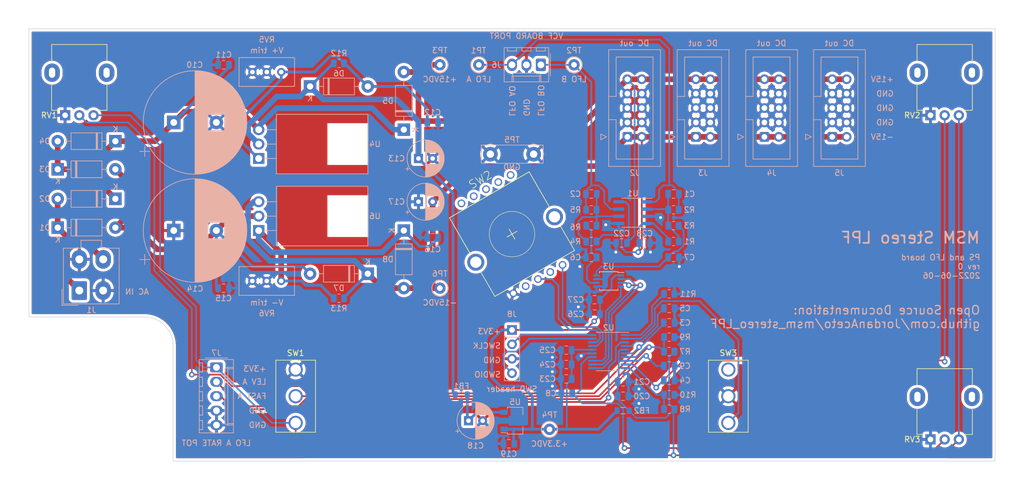
<source format=kicad_pcb>
(kicad_pcb (version 20211014) (generator pcbnew)
  (title_block (title "MSS Stereo LPF PS and LFO board") (date "2022-06-16") (rev "0") (comment 1 "creativecommons.org/licences/by/4.0") (comment 2 "License: CC by 4.0") (comment 3 "Drawn by: Jordan Aceto"))
  (layers (0 "F.Cu" signal) (31 "B.Cu" signal) (34 "B.Paste" user) (35 "F.Paste" user) (36 "B.SilkS" user "B.Silkscreen") (37 "F.SilkS" user "F.Silkscreen") (38 "B.Mask" user) (39 "F.Mask" user) (44 "Edge.Cuts" user))
  (net 0 "")
  (net 1 "Net-(C1-Pad1)")
  (net 2 "/LFO_A_FINAL")
  (net 3 "Net-(C2-Pad1)")
  (net 4 "/LFO_B_FINAL")
  (net 5 "/digital_lfo/LFO_A_FREQ_CV")
  (net 6 "GND")
  (net 7 "/digital_lfo/LFO_B_FREQ_CV")
  (net 8 "Net-(C5-Pad1)")
  (net 9 "/digital_lfo/LFO_B")
  (net 10 "/digital_lfo/LFO_A")
  (net 11 "/digital_lfo/LFO_B_LEVEL_CV")
  (net 12 "/digital_lfo/LFO_A_LEVEL_CV")
  (net 13 "Net-(C10-Pad1)")
  (net 14 "Net-(C12-Pad1)")
  (net 15 "+15V")
  (net 16 "Net-(C14-Pad2)")
  (net 17 "Net-(C16-Pad2)")
  (net 18 "-15V")
  (net 19 "Net-(C18-Pad1)")
  (net 20 "+3V3")
  (net 21 "+3.3VA")
  (net 22 "/power_supply/AC_VIN_1")
  (net 23 "/power_supply/AC_VIN_2")
  (net 24 "/digital_lfo/SYS_SWCLK")
  (net 25 "/digital_lfo/SYS_SWDIO")
  (net 26 "/digital_lfo/LFO_A_SHAPE_CV")
  (net 27 "/digital_lfo/LFO_B_SHAPE_CV")
  (net 28 "Net-(R11-Pad1)")
  (net 29 "/digital_lfo/INVERT_B_SW")
  (net 30 "/digital_lfo/FAST_A_SW")
  (net 31 "/digital_lfo/SPI1_SCK")
  (net 32 "/digital_lfo/SPI1_DAC_CS")
  (net 33 "/digital_lfo/SPI1_MOSI")
  (net 34 "/digital_lfo/SWEEP_MODE_SW_1")
  (net 35 "/digital_lfo/SWEEP_MODE_SW_2")
  (footprint "custom_footprints:SR1712F_rotary_switch" (layer "F.Cu") (at 148.59 94.615 -150)
    (fp_text reference "SW2")
    (fp_text value "SR1712F-0203" hide)
  )
  (footprint "custom_footprints:SPDT_mini_toggle" (layer "F.Cu") (at 186.69 123.19)
    (fp_text reference "SW3")
    (fp_text value "SW_SPDT")
  )
  (footprint "Potentiometer_THT:Potentiometer_Alpha_RD901F-40-00D_Single_Vertical" (layer "F.Cu") (at 222.29 130.81 90)
    (fp_text reference "RV3")
    (fp_text value "10k")
  )
  (footprint "custom_footprints:SPDT_mini_toggle" (layer "F.Cu") (at 110.49 123.19)
    (fp_text reference "SW1")
    (fp_text value "SW_SPDT_center_off")
  )
  (footprint "Potentiometer_THT:Potentiometer_Alpha_RD901F-40-00D_Single_Vertical" (layer "F.Cu") (at 222.29 73.66 90)
    (fp_text reference "RV2")
    (fp_text value "10k")
  )
  (footprint "Potentiometer_THT:Potentiometer_Alpha_RD901F-40-00D_Single_Vertical" (layer "F.Cu") (at 69.89 73.66 90)
    (fp_text reference "RV1")
    (fp_text value "10k")
  )
  (footprint "Diode_THT:D_DO-41_SOD81_P10.16mm_Horizontal" (layer "B.Cu") (at 78.74 78.232 180)
    (fp_text reference "D4")
    (fp_text value "1N4002")
  )
  (footprint "Capacitor_SMD:C_0805_2012Metric" (layer "B.Cu") (at 163.1365 106.172 180)
    (fp_text reference "C27")
    (fp_text value "100n")
  )
  (footprint "Capacitor_SMD:C_0805_2012Metric" (layer "B.Cu") (at 158.148 120.142 180)
    (fp_text reference "C23")
    (fp_text value "10u")
  )
  (footprint "Diode_THT:D_DO-41_SOD81_P10.16mm_Horizontal" (layer "B.Cu") (at 78.74 88.392 180)
    (fp_text reference "D2")
    (fp_text value "1N4002")
  )
  (footprint "Resistor_SMD:R_0805_2012Metric" (layer "B.Cu") (at 177.038 95.918)
    (fp_text reference "R1")
    (fp_text value "100k")
  )
  (footprint "Capacitor_THT:CP_Radial_D6.3mm_P2.50mm" (layer "B.Cu") (at 132.12 88.9)
    (fp_text reference "C17")
    (fp_text value "10u")
  )
  (footprint "Connector_IDC:IDC-Header_2x05_P2.54mm_Vertical" (layer "B.Cu") (at 204.9875 77.47)
    (fp_text reference "J5")
    (fp_text value "power_out")
  )
  (footprint "Diode_THT:D_DO-41_SOD81_P10.16mm_Horizontal" (layer "B.Cu") (at 68.58 93.472)
    (fp_text reference "D1")
    (fp_text value "1N4002")
  )
  (footprint "Resistor_SMD:R_0805_2012Metric" (layer "B.Cu") (at 162.56 90.33 180)
    (fp_text reference "R5")
    (fp_text value "33k")
  )
  (footprint "Capacitor_SMD:C_0805_2012Metric" (layer "B.Cu") (at 176.276 110.236)
    (fp_text reference "C3")
    (fp_text value "100n")
  )
  (footprint "Capacitor_SMD:C_0805_2012Metric" (layer "B.Cu") (at 97.79 64.77 180)
    (fp_text reference "C11")
    (fp_text value "100n")
  )
  (footprint "Capacitor_SMD:C_0805_2012Metric" (layer "B.Cu") (at 97.79 104.14 180)
    (fp_text reference "C15")
    (fp_text value "100n")
  )
  (footprint "Inductor_SMD:L_0805_2012Metric" (layer "B.Cu") (at 168.148 125.73)
    (fp_text reference "FB2")
    (fp_text value "100R @ 100MHz")
  )
  (footprint "Capacitor_SMD:C_0805_2012Metric" (layer "B.Cu") (at 167.894 96.172 180)
    (fp_text reference "C22")
    (fp_text value "100n")
  )
  (footprint "TestPoint:TestPoint_Keystone_5000-5004_Miniature" (layer "B.Cu") (at 135.89 64.77)
    (fp_text reference "TP3")
    (fp_text value "V+")
  )
  (footprint "Capacitor_SMD:C_0805_2012Metric" (layer "B.Cu") (at 134.62 95.25)
    (fp_text reference "C16")
    (fp_text value "100n")
  )
  (footprint "Capacitor_SMD:C_0805_2012Metric" (layer "B.Cu") (at 158.148 117.602 180)
    (fp_text reference "C24")
    (fp_text value "100n")
  )
  (footprint "Connector_IDC:IDC-Header_2x05_P2.54mm_Vertical" (layer "B.Cu") (at 180.975 77.47)
    (fp_text reference "J3")
    (fp_text value "power_out")
  )
  (footprint "Capacitor_SMD:C_0805_2012Metric" (layer "B.Cu") (at 168.148 123.19)
    (fp_text reference "C20")
    (fp_text value "1u")
  )
  (footprint "Capacitor_SMD:C_0805_2012Metric" (layer "B.Cu") (at 158.242 122.682 180)
    (fp_text reference "C8")
    (fp_text value "100n")
  )
  (footprint "Package_TO_SOT_THT:TO-220F-3_Horizontal_TabDown" (layer "B.Cu") (at 103.98 81.28 90)
    (fp_text reference "U4")
    (fp_text value "LM317_TO-220")
  )
  (footprint "TestPoint:TestPoint_Keystone_5000-5004_Miniature" (layer "B.Cu") (at 159.512 64.77)
    (fp_text reference "TP2")
    (fp_text value "LFO_B")
  )
  (footprint "Resistor_SMD:R_0805_2012Metric" (layer "B.Cu") (at 118.11 64.516)
    (fp_text reference "R12")
    (fp_text value "240")
  )
  (footprint "Diode_THT:D_DO-41_SOD81_P10.16mm_Horizontal" (layer "B.Cu") (at 68.58 83.185)
    (fp_text reference "D3")
    (fp_text value "1N4002")
  )
  (footprint "Capacitor_SMD:C_0805_2012Metric" (layer "B.Cu") (at 158.148 115.062 180)
    (fp_text reference "C25")
    (fp_text value "100n")
  )
  (footprint "Capacitor_SMD:C_0805_2012Metric" (layer "B.Cu") (at 134.62 74.93)
    (fp_text reference "C12")
    (fp_text value "100n")
  )
  (footprint "Capacitor_SMD:C_0805_2012Metric" (layer "B.Cu") (at 176.276 117.856)
    (fp_text reference "C9")
    (fp_text value "100n")
  )
  (footprint "Capacitor_SMD:C_0805_2012Metric" (layer "B.Cu") (at 176.276 107.696)
    (fp_text reference "C5")
    (fp_text value "100n")
  )
  (footprint "Resistor_SMD:R_0805_2012Metric" (layer "B.Cu") (at 176.276 115.316 180)
    (fp_text reference "R7")
    (fp_text value "10k")
  )
  (footprint "Resistor_SMD:R_0805_2012Metric" (layer "B.Cu") (at 177.038 93.124 180)
    (fp_text reference "R3")
    (fp_text value "6k8")
  )
  (footprint "Package_SO:TSSOP-20_4.4x6.5mm_P0.65mm" (layer "B.Cu") (at 165.608 115.316 180)
    (fp_text reference "U2")
    (fp_text value "STM32L031F4Px")
  )
  (footprint "Capacitor_THT:CP_Radial_D6.3mm_P2.50mm" (layer "B.Cu") (at 140.9315 127.508)
    (fp_text reference "C18")
    (fp_text value "2u2")
  )
  (footprint "Package_SO:SOIC-8_3.9x4.9mm_P1.27mm" (layer "B.Cu") (at 169.865 90.838 180)
    (fp_text reference "U1")
    (fp_text value "TL072")
  )
  (footprint "Package_TO_SOT_THT:TO-220F-3_Horizontal_TabDown" (layer "B.Cu") (at 103.98 93.98 90)
    (fp_text reference "U6")
    (fp_text value "LM337_TO220")
  )
  (footprint "Capacitor_SMD:C_0805_2012Metric" (layer "B.Cu") (at 168.148 120.65)
    (fp_text reference "C21")
    (fp_text value "100n")
  )
  (footprint "Connector_IDC:IDC-Header_2x05_P2.54mm_Vertical" (layer "B.Cu") (at 168.91 77.47)
    (fp_text reference "J2")
    (fp_text value "power_out")
  )
  (footprint "Connector_PinHeader_2.54mm:PinHeader_1x04_P2.54mm_Vertical" (layer "B.Cu") (at 148.59 111.506 180)
    (fp_text reference "J8")
    (fp_text value "swd_header")
  )
  (footprint "Diode_THT:D_DO-41_SOD81_P10.16mm_Horizontal" (layer "B.Cu") (at 113.03 68.58)
    (fp_text reference "D6")
    (fp_text value "1N4002")
  )
  (footprint "TestPoint:TestPoint_Keystone_5000-5004_Miniature" (layer "B.Cu") (at 135.89 104.14)
    (fp_text reference "TP6")
    (fp_text value "V-")
  )
  (footprint "Capacitor_SMD:C_0805_2012Metric" (layer "B.Cu") (at 162.56 98.712 180)
    (fp_text reference "C6")
    (fp_text value "1u")
  )
  (footprint "Capacitor_THT:CP_Radial_D18.0mm_P7.50mm" (layer "B.Cu") (at 89.02 74.93)
    (fp_text reference "C10")
    (fp_text value "3300u")
  )
  (footprint "Inductor_SMD:L_0805_2012Metric" (layer "B.Cu") (at 139.6615 122.936)
    (fp_text reference "FB1")
    (fp_text value "100R @ 100MHz")
  )
  (footprint "Resistor_SMD:R_0805_2012Metric" (layer "B.Cu") (at 176.276 122.936)
    (fp_text reference "R10")
    (fp_text value "10k")
  )
  (footprint "Resistor_SMD:R_0805_2012Metric" (layer "B.Cu") (at 162.56 95.918 180)
    (fp_text reference "R4")
    (fp_text value "100k")
  )
  (footprint "TestPoint:TestPoint_Keystone_5000-5004_Miniature" (layer "B.Cu") (at 155.194 129.032)
    (fp_text reference "TP4")
    (fp_text value "3v3")
  )
  (footprint "Capacitor_THT:CP_Radial_D6.3mm_P2.50mm" (layer "B.Cu") (at 132.12 81.28)
    (fp_text reference "C13")
    (fp_text value "10u")
  )
  (footprint "Resistor_SMD:R_0805_2012Metric" (layer "B.Cu") (at 177.038 90.33)
    (fp_text reference "R2")
    (fp_text value "33k")
  )
  (footprint "Resistor_SMD:R_0805_2012Metric" (layer "B.Cu") (at 176.276 112.776)
    (fp_text reference "R9")
    (fp_text value "15k")
  )
  (footprint "Diode_THT:D_DO-41_SOD81_P10.16mm_Horizontal" (layer "B.Cu") (at 129.54 93.98 -90)
    (fp_text reference "D8")
    (fp_text value "1N4002")
  )
  (footprint "Diode_THT:D_DO-41_SOD81_P10.16mm_Horizontal" (layer "B.Cu") (at 129.54 76.2 90)
    (fp_text reference "D5")
    (fp_text value "1N4002")
  )
  (footprint "Resistor_SMD:R_0805_2012Metric" (layer "B.Cu") (at 176.276 125.476 180)
    (fp_text reference "R8")
    (fp_text value "DNF")
  )
  (footprint "Resistor_SMD:R_0805_2012Metric" (layer "B.Cu") (at 118.11 105.918)
    (fp_text reference "R13")
    (fp_text value "240")
  )
  (footprint "Connector_Molex:Molex_Mini-Fit_Jr_5566-04A_2x02_P4.20mm_Vertical" (layer "B.Cu") (at 72.39 104.56)
    (fp_text reference "J1")
    (fp_text value "AC_power_in")
  )
  (footprint "TestPoint:TestPoint_Bridge_Pitch7.62mm_Drill1.3mm" (layer "B.Cu") (at 144.78 80.518)
    (fp_text reference "TP5")
    (fp_text value "GND")
  )
  (footprint "Capacitor_SMD:C_0805_2012Metric" (layer "B.Cu") (at 148.0435 131.572 180)
    (fp_text reference "C19")
    (fp_text value "100n")
  )
  (footprint "Resistor_SMD:R_0805_2012Metric" (layer "B.Cu") (at 162.56 93.124)
    (fp_text reference "R6")
    (fp_text value "6k8")
  )
  (footprint "TestPoint:TestPoint_Keystone_5000-5004_Miniature" (layer "B.Cu") (at 142.748 64.77)
    (fp_text reference "TP1")
    (fp_text value "LFO_A")
  )
  (footprint "Capacitor_SMD:C_0805_2012Metric" (layer "B.Cu") (at 177.038 87.536)
    (fp_text reference "C1")
    (fp_text value "10n")
  )
  (footprint "Capacitor_THT:CP_Radial_D18.0mm_P7.50mm" (layer "B.Cu") (at 89.02 93.98)
    (fp_text reference "C14")
    (fp_text value "3300u")
  )
  (footprint "Potentiometer_THT:Potentiometer_Bourns_3296W_Vertical" (layer "B.Cu") (at 107.95 66.04)
    (fp_text reference "RV5")
    (fp_text value "5k")
  )
  (footprint "Potentiometer_THT:Potentiometer_Bourns_3296W_Vertical" (layer "B.Cu") (at 102.86 102.87 180)
    (fp_text reference "RV6")
    (fp_text value "5k")
  )
  (footprint "Resistor_SMD:R_0805_2012Metric" (layer "B.Cu") (at 176.276 105.156)
    (fp_text reference "R11")
    (fp_text value "10k")
  )
  (footprint "Capacitor_SMD:C_0805_2012Metric" (layer "B.Cu") (at 171.958 96.172 180)
    (fp_text reference "C28")
    (fp_text value "100n")
  )
  (footprint "Capacitor_SMD:C_0805_2012Metric" (layer "B.Cu") (at 176.276 120.396)
    (fp_text reference "C4")
    (fp_text value "100n")
  )
  (footprint "Connector_IDC:IDC-Header_2x05_P2.54mm_Vertical" (layer "B.Cu") (at 193.04 77.47)
    (fp_text reference "J4")
    (fp_text value "power_out")
  )
  (footprint "Connector_Molex:Molex_KK-254_AE-6410-05A_1x05_P2.54mm_Vertical" (layer "B.Cu") (at 96.54 118.11 -90)
    (fp_text reference "J7")
    (fp_text value "rate_pot")
  )
  (footprint "Capacitor_SMD:C_0805_2012Metric" (layer "B.Cu") (at 163.1365 108.712 180)
    (fp_text reference "C26")
    (fp_text value "10u")
  )
  (footprint "Diode_THT:D_DO-41_SOD81_P10.16mm_Horizontal" (layer "B.Cu") (at 123.19 101.6 180)
    (fp_text reference "D7")
    (fp_text value "1N4002")
  )
  (footprint "Package_TO_SOT_SMD:SOT-89-3" (layer "B.Cu") (at 148.844 127.508)
    (fp_text reference "U5")
    (fp_text value "L78L33_SOT89")
  )
  (footprint "Capacitor_SMD:C_0805_2012Metric" (layer "B.Cu") (at 162.56 87.536 180)
    (fp_text reference "C2")
    (fp_text value "10n")
  )
  (footprint "Capacitor_SMD:C_0805_2012Metric" (layer "B.Cu") (at 177.038 98.712)
    (fp_text reference "C7")
    (fp_text value "1u")
  )
  (footprint "Connector_Molex:Molex_KK-254_AE-6410-03A_1x03_P2.54mm_Vertical" (layer "B.Cu") (at 153.67 64.77 180)
    (fp_text reference "J6")
    (fp_text value "filter_board_port")
  )
  (footprint "Package_SO:TSSOP-8_3x3mm_P0.65mm" (layer "B.Cu") (at 165.608 102.87 180)
    (fp_text reference "U3")
    (fp_text value "MCP4822")
  )
  (gr_line (start 233.68 134.62) (end 88.9 134.62) (layer "Edge.Cuts") (width 0.1))
  (gr_line (start 63.5 58.42) (end 233.68 58.42) (layer "Edge.Cuts") (width 0.1))
  (gr_line (start 63.5 109.22) (end 63.5 58.42) (layer "Edge.Cuts") (width 0.1))
  (gr_line (start 83.82 109.22) (end 63.5 109.22) (layer "Edge.Cuts") (width 0.1))
  (gr_line (start 88.9 134.62) (end 88.9 114.3) (layer "Edge.Cuts") (width 0.1))
  (gr_arc (start 83.82 109.22) (mid 87.412102 110.707898) (end 88.9 114.3) (layer "Edge.Cuts") (width 0.1))
  (gr_line (start 233.68 58.42) (end 233.68 134.62) (layer "Edge.Cuts") (width 0.1))
  (gr_text "SWCLK" (at 146.685 114.3) (layer "B.SilkS") (effects (font (size 1 1)) (justify left mirror)))
  (gr_text "LFO A RATE POT" (at 96.52 131.445) (layer "B.SilkS") (effects (font (size 1 1)) (justify mirror)))
  (gr_text "DC out" (at 206.2575 60.96) (layer "B.SilkS") (effects (font (size 1 1)) (justify mirror)))
  (gr_text "GND" (at 146.685 116.84) (layer "B.SilkS") (effects (font (size 1 1)) (justify left mirror)))
  (gr_text "DC out" (at 182.245 60.96) (layer "B.SilkS") (effects (font (size 1 1)) (justify mirror)))
  (gr_text "-15VDC" (at 135.89 106.68) (layer "B.SilkS") (effects (font (size 1 1)) (justify mirror)))
  (gr_text "GND" (at 215.9 69.85) (layer "B.SilkS") (effects (font (size 1 1)) (justify left mirror)))
  (gr_text "LFO A" (at 142.748 67.31) (layer "B.SilkS") (effects (font (size 1 1)) (justify mirror)))
  (gr_text "LFO B" (at 159.512 67.31) (layer "B.SilkS") (effects (font (size 1 1)) (justify mirror)))
  (gr_text "PS and LFO board\nrev 0\n2022-06-06" (at 231.14 100.33) (layer "B.SilkS") (effects (font (size 1 1)) (justify left mirror)))
  (gr_text "GND" (at 105.41 125.73) (layer "B.SilkS") (effects (font (size 1 1)) (justify left mirror)))
  (gr_text "V+ trim" (at 105.41 62.23) (layer "B.SilkS") (effects (font (size 1 1)) (justify mirror)))
  (gr_text "GND" (at 148.59 82.804) (layer "B.SilkS") (effects (font (size 1 1)) (justify mirror)))
  (gr_text "LFO AO" (at 148.59 73.914 270) (layer "B.SilkS") (effects (font (size 1 1)) (justify left mirror)))
  (gr_text "Open Source Documentation:\ngithub.com/JordanAceto/msm_stereo_LPF" (at 231.14 109.22) (layer "B.SilkS") (effects (font (size 1.5 1.5) (thickness 0.2)) (justify left mirror)))
  (gr_text "DC out" (at 170.18 60.96) (layer "B.SilkS") (effects (font (size 1 1)) (justify mirror)))
  (gr_text "GND" (at 151.13 73.914 270) (layer "B.SilkS") (effects (font (size 1 1)) (justify left mirror)))
  (gr_text "MSM Stereo LPF" (at 231.14 95.25) (layer "B.SilkS") (effects (font (size 2 2) (thickness 0.3)) (justify left mirror)))
  (gr_text "+3V3" (at 146.685 111.76) (layer "B.SilkS") (effects (font (size 1 1)) (justify left mirror)))
  (gr_text "+15VDC" (at 135.89 67.31) (layer "B.SilkS") (effects (font (size 1 1)) (justify mirror)))
  (gr_text "SWD header" (at 148.59 121.92) (layer "B.SilkS") (effects (font (size 1 1)) (justify mirror)))
  (gr_text "DC out" (at 194.31 60.96) (layer "B.SilkS") (effects (font (size 1 1)) (justify mirror)))
  (gr_text "AC IN" (at 82.55 104.775) (layer "B.SilkS") (effects (font (size 1 1)) (justify mirror)))
  (gr_text "GND" (at 215.9 72.39) (layer "B.SilkS") (effects (font (size 1 1)) (justify left mirror)))
  (gr_text "LFO BO" (at 153.67 73.914 270) (layer "B.SilkS") (effects (font (size 1 1)) (justify left mirror)))
  (gr_text "SWDIO" (at 146.685 119.38) (layer "B.SilkS") (effects (font (size 1 1)) (justify left mirror)))
  (gr_text "FAST A" (at 105.41 123.19) (layer "B.SilkS") (effects (font (size 1 1)) (justify left mirror)))
  (gr_text "VCF BOARD PORT" (at 151.13 59.69) (layer "B.SilkS") (effects (font (size 1 1)) (justify mirror)))
  (gr_text "GND" (at 105.41 128.27) (layer "B.SilkS") (effects (font (size 1 1)) (justify left mirror)))
  (gr_text "V- trim" (at 105.4 106.68) (layer "B.SilkS") (effects (font (size 1 1)) (justify mirror)))
  (gr_text "+3V3" (at 105.41 118.36) (layer "B.SilkS") (effects (font (size 1 1)) (justify left mirror)))
  (gr_text "GND" (at 215.9 74.93) (layer "B.SilkS") (effects (font (size 1 1)) (justify left mirror)))
  (gr_text "LEV A" (at 105.41 120.65) (layer "B.SilkS") (effects (font (size 1 1)) (justify left mirror)))
  (gr_text "-15V" (at 215.9 77.47) (layer "B.SilkS") (effects (font (size 1 1)) (justify left mirror)))
  (gr_text "+3.3VDC" (at 155.194 131.572) (layer "B.SilkS") (effects (font (size 1 1)) (justify mirror)))
  (gr_text "+15V" (at 215.9 67.31) (layer "B.SilkS") (effects (font (size 1 1)) (justify left mirror)))
  (segment (start 176.088 93.0865) (end 176.1255 93.124) (width 0.3) (layer "B.Cu") (net 1))
  (segment (start 177.9505 95.918) (end 177.9505 94.949) (width 0.3) (layer "B.Cu") (net 1))
  (segment (start 177.9505 94.949) (end 176.1255 93.124) (width 0.3) (layer "B.Cu") (net 1))
  (segment (start 172.34 90.203) (end 175.9985 90.203) (width 0.3) (layer "B.Cu") (net 1))
  (segment (start 175.9985 90.203) (end 176.1255 90.33) (width 0.3) (layer "B.Cu") (net 1))
  (segment (start 176.088 87.536) (end 176.088 93.0865) (width 0.3) (layer "B.Cu") (net 1))
  (segment (start 177.9505 87.5735) (end 177.988 87.536) (width 0.3) (layer "B.Cu") (net 2))
  (segment (start 177.988 87.536) (end 177.988 87.216) (width 0.3) (layer "B.Cu") (net 2))
  (segment (start 176.243 86.012) (end 176.784 86.012) (width 0.3) (layer "B.Cu") (net 2))
  (segment (start 175.26 86.012) (end 174.498 86.774) (width 0.3) (layer "B.Cu") (net 2))
  (segment (start 175.26 86.012) (end 176.243 86.012) (width 0.3) (layer "B.Cu") (net 2))
  (segment (start 174.498 88.298) (end 173.863 88.933) (width 0.3) (layer "B.Cu") (net 2))
  (segment (start 176.243 86.012) (end 176.276 85.979) (width 0.3) (layer "B.Cu") (net 2))
  (segment (start 177.988 87.216) (end 176.784 86.012) (width 0.3) (layer "B.Cu") (net 2))
  (segment (start 177.9505 90.33) (end 177.9505 87.5735) (width 0.3) (layer "B.Cu") (net 2))
  (segment (start 153.035 60.325) (end 148.59 64.77) (width 0.3) (layer "B.Cu") (net 2))
  (segment (start 148.59 64.77) (end 142.748 64.77) (width 0.3) (layer "B.Cu") (net 2))
  (segment (start 174.498 86.774) (end 174.498 88.298) (width 0.3) (layer "B.Cu") (net 2))
  (segment (start 176.276 61.976) (end 174.625 60.325) (width 0.3) (layer "B.Cu") (net 2))
  (segment (start 174.625 60.325) (end 153.035 60.325) (width 0.3) (layer "B.Cu") (net 2))
  (segment (start 173.863 88.933) (end 172.34 88.933) (width 0.3) (layer "B.Cu") (net 2))
  (segment (start 176.276 85.979) (end 176.276 61.976) (width 0.3) (layer "B.Cu") (net 2))
  (segment (start 163.571 91.473) (end 163.51 91.534) (width 0.3) (layer "B.Cu") (net 3))
  (segment (start 160.274 94.5445) (end 161.6475 95.918) (width 0.3) (layer "B.Cu") (net 3))
  (segment (start 167.39 91.473) (end 163.571 91.473) (width 0.3) (layer "B.Cu") (net 3))
  (segment (start 163.444 91.6) (end 161.036 91.6) (width 0.3) (layer "B.Cu") (net 3))
  (segment (start 163.571 91.473) (end 163.444 91.6) (width 0.3) (layer "B.Cu") (net 3))
  (segment (start 161.036 91.6) (end 160.274 92.362) (width 0.3) (layer "B.Cu") (net 3))
  (segment (start 163.51 93.0865) (end 163.4725 93.124) (width 0.3) (layer "B.Cu") (net 3))
  (segment (start 163.51 87.536) (end 163.51 91.534) (width 0.3) (layer "B.Cu") (net 3))
  (segment (start 160.274 92.362) (end 160.274 94.5445) (width 0.3) (layer "B.Cu") (net 3))
  (segment (start 163.51 91.534) (end 163.51 93.0865) (width 0.3) (layer "B.Cu") (net 3))
  (segment (start 161.61 90.2925) (end 161.6475 90.33) (width 0.3) (layer "B.Cu") (net 4))
  (segment (start 162.56 67.818) (end 159.512 64.77) (width 0.3) (layer "B.Cu") (net 4))
  (segment (start 162.56 86.012) (end 162.56 67.818) (width 0.3) (layer "B.Cu") (net 4))
  (segment (start 159.512 64.77) (end 153.67 64.77) (width 0.3) (layer "B.Cu") (net 4))
  (segment (start 161.61 86.962) (end 161.61 87.536) (width 0.3) (layer "B.Cu") (net 4))
  (segment (start 164.846 89.06) (end 164.846 87.028) (width 0.3) (layer "B.Cu") (net 4))
  (segment (start 165.989 90.203) (end 164.846 89.06) (width 0.3) (layer "B.Cu") (net 4))
  (segment (start 164.846 87.028) (end 163.83 86.012) (width 0.3) (layer "B.Cu") (net 4))
  (segment (start 162.56 86.012) (end 161.61 86.962) (width 0.3) (layer "B.Cu") (net 4))
  (segment (start 161.61 87.536) (end 161.61 90.2925) (width 0.3) (layer "B.Cu") (net 4))
  (segment (start 167.39 90.203) (end 165.989 90.203) (width 0.3) (layer "B.Cu") (net 4))
  (segment (start 162.56 86.012) (end 163.83 86.012) (width 0.3) (layer "B.Cu") (net 4))
  (segment (start 111.252 121.412) (end 112.530489 122.690489) (width 0.3) (layer "F.Cu") (net 5))
  (segment (start 170.978018 114.771982) (end 170.978018 114.531021) (width 0.3) (layer "F.Cu") (net 5))
  (segment (start 163.059511 122.690489) (end 170.978018 114.771982) (width 0.3) (layer "F.Cu") (net 5))
  (segment (start 112.530489 122.690489) (end 163.059511 122.690489) (width 0.3) (layer "F.Cu") (net 5))
  (segment (start 97.219661 119.38) (end 99.251661 121.412) (width 0.3) (layer "F.Cu") (net 5))
  (segment (start 99.251661 121.412) (end 111.252 121.412) (width 0.3) (layer "F.Cu") (net 5))
  (segment (start 92.202 119.38) (end 97.219661 119.38) (width 0.3) (layer "F.Cu") (net 5))
  (via (at 170.978018 114.531021) (size 1) (drill 0.5) (layers "F.Cu" "B.Cu") (net 5))
  (via (at 92.202 119.38) (size 1) (drill 0.5) (layers "F.Cu" "B.Cu") (net 5))
  (segment (start 175.326 110.236) (end 175.326 110.424) (width 0.3) (layer "B.Cu") (net 5))
  (segment (start 72.39 73.66) (end 73.66 74.93) (width 0.3) (layer "B.Cu") (net 5))
  (segment (start 168.4705 115.641) (end 169.868039 115.641) (width 0.3) (layer "B.Cu") (net 5))
  (segment (start 175.326 110.424) (end 171.218979 114.531021) (width 0.3) (layer "B.Cu") (net 5))
  (segment (start 85.598 79.502) (end 85.598 101.092) (width 0.3) (layer "B.Cu") (net 5))
  (segment (start 73.66 74.93) (end 81.026 74.93) (width 0.3) (layer "B.Cu") (net 5))
  (segment (start 171.218979 114.531021) (end 170.978018 114.531021) (width 0.3) (layer "B.Cu") (net 5))
  (segment (start 81.026 74.93) (end 85.598 79.502) (width 0.3) (layer "B.Cu") (net 5))
  (segment (start 85.598 101.092) (end 92.202 107.696) (width 0.3) (layer "B.Cu") (net 5))
  (segment (start 92.202 107.696) (end 92.202 119.38) (width 0.3) (layer "B.Cu") (net 5))
  (segment (start 169.868039 115.641) (end 170.978018 114.531021) (width 0.3) (layer "B.Cu") (net 5))
  (via (at 165.1 92.964) (size 1) (drill 0.5) (layers "F.Cu" "B.Cu") (net 6))
  (via (at 170.942 124.46) (size 1) (drill 0.5) (layers "F.Cu" "B.Cu") (net 6))
  (via (at 155.702 118.872) (size 1) (drill 0.5) (layers "F.Cu" "B.Cu") (net 6))
  (via (at 174.752 91.694) (size 1) (drill 0.5) (layers "F.Cu" "B.Cu") (net 6))
  (via (at 172.974 97.79) (size 1) (drill 0.5) (layers "F.Cu" "B.Cu") (net 6))
  (via (at 160.528 100.33) (size 1) (drill 0.5) (layers "F.Cu" "B.Cu") (net 6))
  (via (at 160.782 116.078) (size 1) (drill 0.5) (layers "F.Cu" "B.Cu") (net 6))
  (via (at 160.274 107.442) (size 1) (drill 0.5) (layers "F.Cu" "B.Cu") (net 6))
  (via (at 166.878 97.79) (size 1) (drill 0.5) (layers "F.Cu" "B.Cu") (net 6))
  (via (at 155.702 116.332) (size 1) (drill 0.5) (layers "F.Cu" "B.Cu") (net 6))
  (via (at 155.702 121.412) (size 1) (drill 0.5) (layers "F.Cu" "B.Cu") (net 6))
  (via (at 170.942 121.92) (size 1) (drill 0.5) (layers "F.Cu" "B.Cu") (net 6))
  (via (at 178.054 100.33) (size 1) (drill 0.5) (layers "F.Cu" "B.Cu") (net 6))
  (segment (start 164.887 103.845) (end 165.1 103.632) (width 0.3) (layer "B.Cu") (net 6))
  (segment (start 165.1 103.632) (end 165.1 102.87) (width 0.3) (layer "B.Cu") (net 6))
  (segment (start 166.944 97.724) (end 166.878 97.79) (width 0.3) (layer "B.Cu") (net 6))
  (segment (start 147.194 131.4715) (end 147.0935 131.572) (width 0.5) (layer "B.Cu") (net 6))
  (segment (start 172.908 97.724) (end 172.974 97.79) (width 0.3) (layer "B.Cu") (net 6))
  (segment (start 164.775 102.545) (end 163.458 102.545) (width 0.3) (layer "B.Cu") (net 6))
  (segment (start 163.458 103.845) (end 164.887 103.845) (width 0.3) (layer "B.Cu") (net 6))
  (segment (start 166.944 96.172) (end 166.944 97.724) (width 0.3) (layer "B.Cu") (net 6))
  (segment (start 161.219 115.641) (end 160.782 116.078) (width 0.3) (layer "B.Cu") (net 6))
  (segment (start 172.908 96.172) (end 172.908 97.724) (width 0.3) (layer "B.Cu") (net 6))
  (segment (start 162.7455 115.641) (end 161.219 115.641) (width 0.3) (layer "B.Cu") (net 6))
  (segment (start 172.34 91.473) (end 174.531 91.473) (width 0.3) (layer "B.Cu") (net 6))
  (segment (start 165.1 102.87) (end 164.775 102.545) (width 0.3) (layer "B.Cu") (net 6))
  (segment (start 165.321 92.743) (end 165.1 92.964) (width 0.3) (layer "B.Cu") (net 6))
  (segment (start 167.39 92.743) (end 165.321 92.743) (width 0.3) (layer "B.Cu") (net 6))
  (segment (start 174.531 91.473) (end 174.752 91.694) (width 0.3) (layer "B.Cu") (net 6))
  (segment (start 224.586489 116.890489) (end 178.765511 116.890489) (width 0.3) (layer "F.Cu") (net 7))
  (segment (start 224.79 117.094) (end 224.586489 116.890489) (width 0.3) (layer "F.Cu") (net 7))
  (segment (start 178.765511 116.890489) (end 173.99 121.666) (width 0.3) (layer "F.Cu") (net 7))
  (via (at 224.79 117.094) (size 1) (drill 0.5) (layers "F.Cu" "B.Cu") (net 7))
  (via (at 173.99 121.666) (size 1) (drill 0.5) (layers "F.Cu" "B.Cu") (net 7))
  (segment (start 175.326 120.396) (end 175.26 120.396) (width 0.3) (layer "B.Cu") (net 7))
  (segment (start 168.4705 117.591) (end 169.915 117.591) (width 0.3) (layer "B.Cu") (net 7))
  (segment (start 169.915 117.591) (end 173.99 121.666) (width 0.3) (layer "B.Cu") (net 7))
  (segment (start 224.79 73.66) (end 224.79 117.094) (width 0.3) (layer "B.Cu") (net 7))
  (segment (start 175.26 120.396) (end 173.99 121.666) (width 0.3) (layer "B.Cu") (net 7))
  (segment (start 171.505584 113.538) (end 174.244 110.799584) (width 0.3) (layer "B.Cu") (net 8))
  (segment (start 174.244 108.778) (end 175.326 107.696) (width 0.3) (layer "B.Cu") (net 8))
  (segment (start 174.244 110.799584) (end 174.244 108.778) (width 0.3) (layer "B.Cu") (net 8))
  (segment (start 169.631 114.341) (end 170.434 113.538) (width 0.3) (layer "B.Cu") (net 8))
  (segment (start 168.4705 114.341) (end 169.631 114.341) (width 0.3) (layer "B.Cu") (net 8))
  (segment (start 170.434 113.538) (end 171.505584 113.538) (width 0.3) (layer "B.Cu") (net 8))
  (segment (start 161.798 100.424) (end 163.51 98.712) (width 0.3) (layer "B.Cu") (net 9))
  (segment (start 161.798 102.616) (end 161.798 100.424) (width 0.3) (layer "B.Cu") (net 9))
  (segment (start 162.56 94.0365) (end 161.6475 93.124) (width 0.3) (layer "B.Cu") (net 9))
  (segment (start 162.56 97.762) (end 162.56 94.0365) (width 0.3) (layer "B.Cu") (net 9))
  (segment (start 163.51 98.712) (end 162.56 97.762) (width 0.3) (layer "B.Cu") (net 9))
  (segment (start 163.458 103.195) (end 162.377 103.195) (width 0.3) (layer "B.Cu") (net 9))
  (segment (start 162.377 103.195) (end 161.798 102.616) (width 0.3) (layer "B.Cu") (net 9))
  (segment (start 177.9505 93.124) (end 178.81252 93.98602) (width 0.3) (layer "B.Cu") (net 10))
  (segment (start 176.088 98.712) (end 174.47 100.33) (width 0.3) (layer "B.Cu") (net 10))
  (segment (start 177.791369 97.63748) (end 177.16252 97.63748) (width 0.3) (layer "B.Cu") (net 10))
  (segment (start 177.16252 97.63748) (end 176.088 98.712) (width 0.3) (layer "B.Cu") (net 10))
  (segment (start 164.338 100.33) (end 163.458 101.21) (width 0.3) (layer "B.Cu") (net 10))
  (segment (start 163.458 101.21) (end 163.458 101.895) (width 0.3) (layer "B.Cu") (net 10))
  (segment (start 174.47 100.33) (end 164.338 100.33) (width 0.3) (layer "B.Cu") (net 10))
  (segment (start 178.81252 96.616329) (end 177.791369 97.63748) (width 0.3) (layer "B.Cu") (net 10))
  (segment (start 178.81252 93.98602) (end 178.81252 96.616329) (width 0.3) (layer "B.Cu") (net 10))
  (segment (start 178.054 132.842) (end 177.546 132.334) (width 0.3) (layer "F.Cu") (net 11))
  (segment (start 177.546 132.334) (end 168.402 132.334) (width 0.3) (layer "F.Cu") (net 11))
  (segment (start 224.79 130.81) (end 222.758 132.842) (width 0.3) (layer "F.Cu") (net 11))
  (segment (start 178.054 132.842) (end 222.758 132.842) (width 0.3) (layer "F.Cu") (net 11))
  (via (at 168.402 132.334) (size 1) (drill 0.5) (layers "F.Cu" "B.Cu") (net 11))
  (segment (start 162.7455 116.291) (end 162.022283 116.291) (width 0.3) (layer "B.Cu") (net 11))
  (segment (start 159.192 122.682) (end 160.97 124.46) (width 0.3) (layer "B.Cu") (net 11))
  (segment (start 168.148 125.388845) (end 168.148 132.08) (width 0.3) (layer "B.Cu") (net 11))
  (segment (start 167.219155 124.46) (end 168.148 125.388845) (width 0.3) (layer "B.Cu") (net 11))
  (segment (start 160.782 117.531283) (end 160.782 121.92) (width 0.3) (layer "B.Cu") (net 11))
  (segment (start 168.148 132.08) (end 168.402 132.334) (width 0.3) (layer "B.Cu") (net 11))
  (segment (start 160.02 122.682) (end 159.192 122.682) (width 0.3) (layer "B.Cu") (net 11))
  (segment (start 162.022283 116.291) (end 160.782 117.531283) (width 0.3) (layer "B.Cu") (net 11))
  (segment (start 160.97 124.46) (end 167.219155 124.46) (width 0.3) (layer "B.Cu") (net 11))
  (segment (start 160.782 121.92) (end 160.02 122.682) (width 0.3) (layer "B.Cu") (net 11))
  (segment (start 112.244051 123.698) (end 164.152624 123.698) (width 0.3) (layer "F.Cu") (net 12))
  (segment (start 96.54 120.65) (end 100.858 124.968) (width 0.3) (layer "F.Cu") (net 12))
  (segment (start 100.858 124.968) (end 110.974051 124.968) (width 0.3) (layer "F.Cu") (net 12))
  (segment (start 171.772624 116.078) (end 172.212 116.078) (width 0.3) (layer "F.Cu") (net 12))
  (segment (start 164.152624 123.698) (end 171.772624 116.078) (width 0.3) (layer "F.Cu") (net 12))
  (segment (start 110.974051 124.968) (end 112.244051 123.698) (width 0.3) (layer "F.Cu") (net 12))
  (via (at 172.212 116.078) (size 1) (drill 0.5) (layers "F.Cu" "B.Cu") (net 12))
  (segment (start 173.99 117.856) (end 172.212 116.078) (width 0.3) (layer "B.Cu") (net 12))
  (segment (start 168.4705 116.941) (end 170.841 116.941) (width 0.3) (layer "B.Cu") (net 12))
  (segment (start 170.841 116.941) (end 171.704 116.078) (width 0.3) (layer "B.Cu") (net 12))
  (segment (start 171.704 116.078) (end 172.212 116.078) (width 0.3) (layer "B.Cu") (net 12))
  (segment (start 175.326 117.856) (end 173.99 117.856) (width 0.3) (layer "B.Cu") (net 12))
  (segment (start 78.74 88.392) (end 75.565 85.217) (width 1) (layer "F.Cu") (net 13))
  (segment (start 90.919511 73.030489) (end 100.810489 73.030489) (width 1) (layer "F.Cu") (net 13))
  (segment (start 75.565 85.217) (end 75.565 81.407) (width 1) (layer "F.Cu") (net 13))
  (segment (start 100.810489 73.030489) (end 103.98 76.2) (width 1) (layer "F.Cu") (net 13))
  (segment (start 85.718 78.232) (end 90.919511 73.030489) (width 1) (layer "F.Cu") (net 13))
  (segment (start 75.565 81.407) (end 78.74 78.232) (width 1) (layer "F.Cu") (net 13))
  (segment (start 78.74 78.232) (end 85.718 78.232) (width 1) (layer "F.Cu") (net 13))
  (segment (start 127.762 76.2) (end 129.54 76.2) (width 1) (layer "B.Cu") (net 13))
  (segment (start 107.188 72.39) (end 123.952 72.39) (width 1) (layer "B.Cu") (net 13))
  (segment (start 103.98 76.2) (end 103.98 75.598) (width 1) (layer "B.Cu") (net 13))
  (segment (start 103.98 75.598) (end 107.188 72.39) (width 1) (layer "B.Cu") (net 13))
  (segment (start 98.74 64.77) (end 98.74 65.184) (width 0.5) (layer "B.Cu") (net 13))
  (segment (start 98.74 65.184) (end 89.02 74.904) (width 0.5) (layer "B.Cu") (net 13))
  (segment (start 123.952 72.39) (end 127.762 76.2) (width 1) (layer "B.Cu") (net 13))
  (segment (start 116.586 63.246) (end 113.792 66.04) (width 0.5) (layer "B.Cu") (net 14))
  (segment (start 103.886 81.28) (end 103.98 81.28) (width 0.5) (layer "B.Cu") (net 14))
  (segment (start 133.67 74.93) (end 133.67 72.456) (width 0.5) (layer "B.Cu") (net 14))
  (segment (start 101.092 74.168) (end 101.092 78.486) (width 0.5) (layer "B.Cu") (net 14))
  (segment (start 107.95 67.31) (end 101.092 74.168) (width 0.5) (layer "B.Cu") (net 14))
  (segment (start 123.19 68.58) (end 119.126 64.516) (width 0.5) (layer "B.Cu") (net 14))
  (segment (start 119.0225 64.516) (end 117.7525 63.246) (width 0.5) (layer "B.Cu") (net 14))
  (segment (start 133.67 72.456) (end 129.794 68.58) (width 0.5) (layer "B.Cu") (net 14))
  (segment (start 101.092 78.486) (end 103.886 81.28) (width 0.5) (layer "B.Cu") (net 14))
  (segment (start 129.794 68.58) (end 123.19 68.58) (width 0.5) (layer "B.Cu") (net 14))
  (segment (start 117.7525 63.246) (end 116.586 63.246) (width 0.5) (layer "B.Cu") (net 14))
  (segment (start 113.792 66.04) (end 107.95 66.04) (width 0.5) (layer "B.Cu") (net 14))
  (segment (start 107.95 66.04) (end 107.95 67.31) (width 0.5) (layer "B.Cu") (net 14))
  (segment (start 119.126 64.516) (end 119.0225 64.516) (width 0.5) (layer "B.Cu") (net 14))
  (segment (start 132.12 66.08) (end 132.08 66.04) (width 1) (layer "F.Cu") (net 15))
  (segment (start 207.5275 67.31) (end 168.91 67.31) (width 1) (layer "F.Cu") (net 15))
  (segment (start 132.12 81.28) (end 132.12 66.08) (width 1) (layer "F.Cu") (net 15))
  (segment (start 132.334 74.676) (end 161.544 74.676) (width 1) (layer "F.Cu") (net 15))
  (segment (start 132.08 66.04) (end 129.54 66.04) (width 1) (layer "F.Cu") (net 15))
  (segment (start 132.08 66.04) (end 133.35 64.77) (width 1) (layer "F.Cu") (net 15))
  (segment (start 132.12 74.89) (end 132.334 74.676) (width 1) (layer "F.Cu") (net 15))
  (segment (start 133.35 64.77) (end 135.89 64.77) (width 1) (layer "F.Cu") (net 15))
  (segment (start 161.544 74.676) (end 168.91 67.31) (width 1) (layer "F.Cu") (net 15))
  (segment (start 132.12 81.28) (end 132.12 74.89) (width 1) (layer "F.Cu") (net 15))
  (segment (start 138.599 122.936) (end 138.2014 122.5384) (width 0.5) (layer "B.Cu") (net 15))
  (segment (start 132.12 74.716) (end 128.27 70.866) (width 1) (layer "B.Cu") (net 15))
  (segment (start 168.529 88.933) (end 167.39 88.933) (width 0.3) (layer "B.Cu") (net 15))
  (segment (start 102.108 76.868) (end 103.98 78.74) (width 1) (layer "B.Cu") (net 15))
  (segment (start 107.188 70.358) (end 102.108 75.438) (width 1) (layer "B.Cu") (net 15))
  (segment (start 132.12 81.28) (end 132.12 74.716) (width 1) (layer "B.Cu") (net 15))
  (segment (start 138.2014 122.5384) (end 138.2014 87.3614) (width 0.5) (layer "B.Cu") (net 15))
  (segment (start 169.164 95.852) (end 169.164 89.568) (width 0.3) (layer "B.Cu") (net 15))
  (segment (start 168.844 96.172) (end 170.18 94.836) (width 0.3) (layer "B.Cu") (net 15))
  (segment (start 117.1975 64.516) (end 117.094 64.516) (width 0.5) (layer "B.Cu") (net 15))
  (segment (start 170.18 68.58) (end 168.91 67.31) (width 0.3) (layer "B.Cu") (net 15))
  (segment (start 113.03 68.58) (end 111.252 70.358) (width 1) (layer "B.Cu") (net 15))
  (segment (start 111.252 70.358) (end 107.188 70.358) (width 1) (layer "B.Cu") (net 15))
  (segment (start 115.316 70.866) (end 113.03 68.58) (width 1) (layer "B.Cu") (net 15))
  (segment (start 168.844 96.172) (end 169.164 95.852) (width 0.3) (layer "B.Cu") (net 15))
  (segment (start 128.27 70.866) (end 115.316 70.866) (width 1) (layer "B.Cu") (net 15))
  (segment (start 138.2014 87.3614) (end 132.12 81.28) (width 0.5) (layer "B.Cu") (net 15))
  (segment (start 169.164 89.568) (end 168.529 88.933) (width 0.3) (layer "B.Cu") (net 15))
  (segment (start 170.18 94.836) (end 170.18 68.58) (width 0.3) (layer "B.Cu") (net 15))
  (segment (start 102.108 75.438) (end 102.108 76.868) (width 1) (layer "B.Cu") (net 15))
  (segment (start 117.094 64.516) (end 113.03 68.58) (width 0.5) (layer "B.Cu") (net 15))
  (segment (start 78.74 93.472) (end 81.915 90.297) (width 1) (layer "F.Cu") (net 16))
  (segment (start 93.218 97.282) (end 96.52 93.98) (width 1) (layer "F.Cu") (net 16))
  (segment (start 82.296 93.472) (end 86.106 97.282) (width 1) (layer "F.Cu") (net 16))
  (segment (start 86.106 97.282) (end 93.218 97.282) (width 1) (layer "F.Cu") (net 16))
  (segment (start 81.915 86.36) (end 78.74 83.185) (width 1) (layer "F.Cu") (net 16))
  (segment (start 103.98 91.44) (end 99.06 91.44) (width 1) (layer "F.Cu") (net 16))
  (segment (start 81.915 90.297) (end 81.915 86.36) (width 1) (layer "F.Cu") (net 16))
  (segment (start 99.06 91.44) (end 96.52 93.98) (width 1) (layer "F.Cu") (net 16))
  (segment (start 78.74 93.472) (end 82.296 93.472) (width 1) (layer "F.Cu") (net 16))
  (segment (start 96.52 103.82) (end 96.52 93.98) (width 0.5) (layer "B.Cu") (net 16))
  (segment (start 96.84 104.14) (end 96.52 103.82) (width 0.5) (layer "B.Cu") (net 16))
  (segment (start 113.03 101.6) (end 111.76 100.33) (width 0.5) (layer "B.Cu") (net 16))
  (segment (start 111.76 100.33) (end 102.87 100.33) (width 0.5) (layer "B.Cu") (net 16))
  (segment (start 102.87 100.33) (end 96.52 93.98) (width 0.5) (layer "B.Cu") (net 16))
  (segment (start 107.94 97.94) (end 103.98 93.98) (width 1) (layer "F.Cu") (net 17))
  (segment (start 107.94 102.87) (end 107.94 97.94) (width 1) (layer "F.Cu") (net 17))
  (segment (start 134.046 96.774) (end 132.334 96.774) (width 0.5) (layer "B.Cu") (net 17))
  (segment (start 132.334 96.774) (end 129.54 93.98) (width 0.5) (layer "B.Cu") (net 17))
  (segment (start 103.98 95.598) (end 106.172 97.79) (width 1) (layer "B.Cu") (net 17))
  (segment (start 117.1975 105.918) (end 114.9115 103.632) (width 0.5) (layer "B.Cu") (net 17))
  (segment (start 114.9115 103.632) (end 112.263 103.632) (width 0.5) (layer "B.Cu") (net 17))
  (segment (start 112.263 103.632) (end 111.501 102.87) (width 0.5) (layer "B.Cu") (net 17))
  (segment (start 111.501 102.87) (end 107.94 102.87) (width 0.5) (layer "B.Cu") (net 17))
  (segment (start 135.57 95.25) (end 134.046 96.774) (width 0.5) (layer "B.Cu") (net 17))
  (segment (start 106.172 97.79) (end 125.73 97.79) (width 1) (layer "B.Cu") (net 17))
  (segment (start 103.98 93.98) (end 103.98 95.598) (width 1) (layer "B.Cu") (net 17))
  (segment (start 125.73 97.79) (end 129.54 93.98) (width 1) (layer "B.Cu") (net 17))
  (segment (start 140.8938 82.6262) (end 163.7538 82.6262) (width 1) (layer "F.Cu") (net 18))
  (segment (start 170.815 97.79) (end 171.45 97.155) (width 0.3) (layer "F.Cu") (net 18))
  (segment (start 134.62 88.9) (end 134.62 104.14) (width 1) (layer "F.Cu") (net 18))
  (segment (start 134.62 104.14) (end 132.334 104.14) (width 1) (layer "F.Cu") (net 18))
  (segment (start 125.73 104.14) (end 123.19 101.6) (width 1) (layer "F.Cu") (net 18))
  (segment (start 132.334 104.14) (end 129.54 104.14) (width 1) (layer "F.Cu") (net 18))
  (segment (start 135.89 104.14) (end 132.334 104.14) (width 1) (layer "F.Cu") (net 18))
  (segment (start 207.5275 77.47) (end 168.91 77.47) (width 1) (layer "F.Cu") (net 18))
  (segment (start 171.45 97.155) (end 171.45 77.47) (width 0.3) (layer "F.Cu") (net 18))
  (segment (start 163.7538 82.6262) (end 168.91 77.47) (width 1) (layer "F.Cu") (net 18))
  (segment (start 134.62 88.9) (end 140.8938 82.6262) (width 1) (layer "F.Cu") (net 18))
  (segment (start 129.54 104.14) (end 125.73 104.14) (width 1) (layer "F.Cu") (net 18))
  (via (at 170.815 97.79) (size 1) (drill 0.5) (layers "F.Cu" "B.Cu") (net 18))
  (segment (start 167.894 97.038425) (end 167.894 95.25) (width 0.3) (layer "B.Cu") (net 18))
  (segment (start 171.008 97.597) (end 170.815 97.79) (width 0.3) (layer "B.Cu") (net 18))
  (segment (start 170.815 97.79) (end 168.645575 97.79) (width 0.3) (layer "B.Cu") (net 18))
  (segment (start 103.124 88.9) (end 102.108 89.916) (width 1) (layer "B.Cu") (net 18))
  (segment (start 171.008 96.172) (end 171.008 97.597) (width 0.3) (layer "B.Cu") (net 18))
  (segment (start 168.645575 97.79) (end 167.894 97.038425) (width 0.3) (layer "B.Cu") (net 18))
  (segment (start 119.0225 105.918) (end 119.0225 105.7675) (width 0.5) (layer "B.Cu") (net 18))
  (segment (start 102.108 95.504) (end 105.918 99.314) (width 1) (layer "B.Cu") (net 18))
  (segment (start 119.0225 105.7675) (end 123.19 101.6) (width 0.5) (layer "B.Cu") (net 18))
  (segment (start 173.515 92.743) (end 172.34 92.743) (width 0.3) (layer "B.Cu") (net 18))
  (segment (start 176.1255 95.3535) (end 173.515 92.743) (width 0.3) (layer "B.Cu") (net 18))
  (segment (start 103.98 88.9) (end 103.124 88.9) (width 1) (layer "B.Cu") (net 18))
  (segment (start 170.942 93.378) (end 170.942 96.106) (width 0.3) (layer "B.Cu") (net 18))
  (segment (start 102.108 89.916) (end 102.108 95.504) (width 1) (layer "B.Cu") (net 18))
  (segment (start 176.1255 95.918) (end 176.1255 95.3535) (width 0.3) (layer "B.Cu") (net 18))
  (segment (start 167.386 94.742) (end 164.6485 94.742) (width 0.3) (layer "B.Cu") (net 18))
  (segment (start 171.577 92.743) (end 170.942 93.378) (width 0.3) (layer "B.Cu") (net 18))
  (segment (start 120.904 99.314) (end 123.19 101.6) (width 1) (layer "B.Cu") (net 18))
  (segment (start 167.894 95.25) (end 167.386 94.742) (width 0.3) (layer "B.Cu") (net 18))
  (segment (start 105.918 99.314) (end 120.904 99.314) (width 1) (layer "B.Cu") (net 18))
  (segment (start 170.942 96.106) (end 171.008 96.172) (width 0.3) (layer "B.Cu") (net 18))
  (segment (start 164.6485 94.742) (end 163.4725 95.918) (width 0.3) (layer "B.Cu") (net 18))
  (segment (start 172.34 92.743) (end 171.577 92.743) (width 0.3) (layer "B.Cu") (net 18))
  (segment (start 147.194 126.008) (end 142.4315 126.008) (width 0.5) (layer "B.Cu") (net 19))
  (segment (start 140.724 122.936) (end 140.724 127.3005) (width 0.5) (layer "B.Cu") (net 19))
  (segment (start 142.4315 126.008) (end 140.9315 127.508) (width 0.5) (layer "B.Cu") (net 19))
  (segment (start 140.724 127.3005) (end 140.9315 127.508) (width 0.5) (layer "B.Cu") (net 19))
  (segment (start 163.068 109.982) (end 161.544 111.506) (width 0.3) (layer "F.Cu") (net 20))
  (segment (start 161.544 111.506) (end 148.59 111.506) (width 0.3) (layer "F.Cu") (net 20))
  (via (at 163.068 109.982) (size 1) (drill 0.5) (layers "F.Cu" "B.Cu") (net 20))
  (segment (start 148.868 129.008) (end 152.17 129.008) (width 0.5) (layer "B.Cu") (net 20))
  (segment (start 166.116 104.1425) (end 164.0865 106.172) (width 0.3) (layer "B.Cu") (net 20))
  (segment (start 152.17 129.008) (end 152.17 123.214) (width 0.5) (layer "B.Cu") (net 20))
  (segment (start 148.868 131.4465) (end 148.9935 131.572) (width 0.5) (layer "B.Cu") (net 20))
  (segment (start 163.8075 129.008) (end 167.0855 125.73) (width 0.5) (layer "B.Cu") (net 20))
  (segment (start 145.034 113.284) (end 146.812 111.506) (width 0.5) (layer "B.Cu") (net 20))
  (segment (start 164.0865 108.9635) (end 163.068 109.982) (width 0.3) (layer "B.Cu") (net 20))
  (segment (start 158.012 129.008) (end 163.8075 129.008) (width 0.5) (layer "B.Cu") (net 20))
  (segment (start 150.368 121.412) (end 146.558 121.412) (width 0.5) (layer "B.Cu") (net 20))
  (segment (start 162.7455 114.991) (end 159.169 114.991) (width 0.3) (layer "B.Cu") (net 20))
  (segment (start 148.868 129.008) (end 148.868 131.4465) (width 0.5) (layer "B.Cu") (net 20))
  (segment (start 145.034 119.888) (end 145.034 113.284) (width 0.5) (layer "B.Cu") (net 20))
  (segment (start 146.558 121.412) (end 145.034 119.888) (width 0.5) (layer "B.Cu") (net 20))
  (segment (start 152.17 123.214) (end 150.368 121.412) (width 0.5) (layer "B.Cu") (net 20))
  (segment (start 164.0865 108.712) (end 164.0865 108.9635) (width 0.3) (layer "B.Cu") (net 20))
  (segment (start 166.837 101.895) (end 166.116 102.616) (width 0.3) (layer "B.Cu") (net 20))
  (segment (start 146.812 111.506) (end 148.59 111.506) (width 0.5) (layer "B.Cu") (net 20))
  (segment (start 152.17 129.008) (end 158.012 129.008) (width 0.5) (layer "B.Cu") (net 20))
  (segment (start 159.169 114.991) (end 159.098 115.062) (width 0.3) (layer "B.Cu") (net 20))
  (segment (start 159.098 120.142) (end 159.098 115.062) (width 0.3) (layer "B.Cu") (net 20))
  (segment (start 147.194 129.008) (end 148.868 129.008) (width 0.5) (layer "B.Cu") (net 20))
  (segment (start 167.758 101.895) (end 166.837 101.895) (width 0.3) (layer "B.Cu") (net 20))
  (segment (start 164.0865 106.172) (end 164.0865 108.966) (width 0.3) (layer "B.Cu") (net 20))
  (segment (start 158.242 120.998) (end 158.242 128.778) (width 0.3) (layer "B.Cu") (net 20))
  (segment (start 158.242 128.778) (end 158.012 129.008) (width 0.3) (layer "B.Cu") (net 20))
  (segment (start 159.098 120.142) (end 158.242 120.998) (width 0.3) (layer "B.Cu") (net 20))
  (segment (start 166.116 102.616) (end 166.116 104.1425) (width 0.3) (layer "B.Cu") (net 20))
  (segment (start 227.29 130.81) (end 224.496 133.604) (width 0.3) (layer "F.Cu") (net 21))
  (segment (start 110.49 131.572) (end 110.49 127.89) (width 0.3) (layer "F.Cu") (net 21))
  (segment (start 177.038 133.604) (end 112.522 133.604) (width 0.3) (layer "F.Cu") (net 21))
  (segment (start 112.522 133.604) (end 110.49 131.572) (width 0.3) (layer "F.Cu") (net 21))
  (segment (start 224.496 133.604) (end 177.038 133.604) (width 0.3) (layer "F.Cu") (net 21))
  (via (at 177.038 133.604) (size 1) (drill 0.5) (layers "F.Cu" "B.Cu") (net 21))
  (segment (start 167.198 123.19) (end 167.198 123.7175) (width 0.3) (layer "B.Cu") (net 21))
  (segment (start 81.28 73.66) (end 74.89 73.66) (width 0.3) (layer "B.Cu") (net 21))
  (segment (start 176.276 124.5635) (end 177.1885 125.476) (width 0.3) (layer "B.Cu") (net 21))
  (segment (start 167.655416 114.991) (end 167.38348 115.262936) (width 0.3) (layer "B.Cu") (net 21))
  (segment (start 168.4705 114.991) (end 167.655416 114.991) (width 0.3) (layer "B.Cu") (net 21))
  (segment (start 177.1885 115.316) (end 176.276 116.2285) (width 0.3) (layer "B.Cu") (net 21))
  (segment (start 169.2105 125.73) (end 170.4805 127) (width 0.3) (layer "B.Cu") (net 21))
  (segment (start 176.276 116.2285) (end 176.276 124.5635) (width 0.3) (layer "B.Cu") (net 21))
  (segment (start 94.234 118.11) (end 92.964 116.84) (width 0.3) (layer "B.Cu") (net 21))
  (segment (start 86.614 78.994) (end 81.28 73.66) (width 0.3) (layer "B.Cu") (net 21))
  (segment (start 96.54 118.11) (end 94.234 118.11) (width 0.3) (layer "B.Cu") (net 21))
  (segment (start 167.38348 120.46452) (end 167.198 120.65) (width 0.3) (layer "B.Cu") (net 21))
  (segment (start 177.038 133.604) (end 177.038 125.6265) (width 0.3) (layer "B.Cu") (net 21))
  (segment (start 177.038 125.6265) (end 177.1885 125.476) (width 0.3) (layer "B.Cu") (net 21))
  (segment (start 167.198 123.7175) (end 169.2105 125.73) (width 0.3) (layer "B.Cu") (net 21))
  (segment (start 167.38348 115.262936) (end 167.38348 120.46452) (width 0.3) (layer "B.Cu") (net 21))
  (segment (start 106.32 127.89) (end 96.54 118.11) (width 0.3) (layer "B.Cu") (net 21))
  (segment (start 167.198 123.19) (end 167.198 120.65) (width 0.3) (layer "B.Cu") (net 21))
  (segment (start 86.614 101.092) (end 86.614 78.994) (width 0.3) (layer "B.Cu") (net 21))
  (segment (start 92.964 107.442) (end 86.614 101.092) (width 0.3) (layer "B.Cu") (net 21))
  (segment (start 170.4805 127) (end 175.6645 127) (width 0.3) (layer "B.Cu") (net 21))
  (segment (start 110.49 127.89) (end 106.32 127.89) (width 0.3) (layer "B.Cu") (net 21))
  (segment (start 175.6645 127) (end 177.1885 125.476) (width 0.3) (layer "B.Cu") (net 21))
  (segment (start 227.29 73.66) (end 227.29 130.81) (width 0.3) (layer "B.Cu") (net 21))
  (segment (start 92.964 116.84) (end 92.964 107.442) (width 0.3) (layer "B.Cu") (net 21))
  (segment (start 70.231 102.401) (end 72.39 104.56) (width 1) (layer "F.Cu") (net 22))
  (segment (start 70.231 95.123) (end 70.231 102.401) (width 1) (layer "F.Cu") (net 22))
  (segment (start 68.58 93.472) (end 70.231 95.123) (width 1) (layer "F.Cu") (net 22))
  (segment (start 68.58 88.392) (end 68.58 93.472) (width 1) (layer "F.Cu") (net 22))
  (segment (start 68.58 83.185) (end 70.485 83.185) (width 1) (layer "F.Cu") (net 23))
  (segment (start 68.58 78.232) (end 68.58 83.185) (width 1) (layer "F.Cu") (net 23))
  (segment (start 70.485 83.185) (end 72.39 85.09) (width 1) (layer "F.Cu") (net 23))
  (segment (start 76.581 99.06) (end 76.59 99.06) (width 1) (layer "F.Cu") (net 23))
  (segment (start 72.39 85.09) (end 72.39 94.869) (width 1) (layer "F.Cu") (net 23))
  (segment (start 72.39 94.869) (end 76.581 99.06) (width 1) (layer "F.Cu") (net 23))
  (segment (start 162.7455 112.391) (end 150.245 112.391) (width 0.3) (layer "B.Cu") (net 24))
  (segment (start 150.245 112.391) (end 148.59 114.046) (width 0.3) (layer "B.Cu") (net 24))
  (segment (start 147.066 117.602) (end 148.59 119.126) (width 0.3) (layer "B.Cu") (net 25))
  (segment (start 147.066 115.824) (end 147.066 117.602) (width 0.3) (layer "B.Cu") (net 25))
  (segment (start 149.352 115.316) (end 147.574 115.316) (width 0.3) (layer "B.Cu") (net 25))
  (segment (start 162.7455 113.041) (end 151.627 113.041) (width 0.3) (layer "B.Cu") (net 25))
  (segment (start 147.574 115.316) (end 147.066 115.824) (width 0.3) (layer "B.Cu") (net 25))
  (segment (start 151.627 113.041) (end 149.352 115.316) (width 0.3) (layer "B.Cu") (net 25))
  (segment (start 163.898623 123.19) (end 172.534623 114.554) (width 0.3) (layer "F.Cu") (net 26))
  (segment (start 110.49 123.19) (end 163.898623 123.19) (width 0.3) (layer "F.Cu") (net 26))
  (segment (start 172.534623 114.554) (end 172.72 114.554) (width 0.3) (layer "F.Cu") (net 26))
  (via (at 172.72 114.554) (size 1) (drill 0.5) (layers "F.Cu" "B.Cu") (net 26))
  (segment (start 170.419415 116.291) (end 172.156415 114.554) (width 0.3) (layer "B.Cu") (net 26))
  (segment (start 175.3635 115.316) (end 175.3635 112.776) (width 0.3) (layer "B.Cu") (net 26))
  (segment (start 168.4705 116.291) (end 170.419415 116.291) (width 0.3) (layer "B.Cu") (net 26))
  (segment (start 174.6015 114.554) (end 175.3635 115.316) (width 0.3) (layer "B.Cu") (net 26))
  (segment (start 172.156415 114.554) (end 174.6015 114.554) (width 0.3) (layer "B.Cu") (net 26))
  (segment (start 173.99 122.936) (end 175.3635 122.936) (width 0.3) (layer "B.Cu") (net 27))
  (segment (start 169.295 118.241) (end 173.99 122.936) (width 0.3) (layer "B.Cu") (net 27))
  (segment (start 168.4705 118.241) (end 169.295 118.241) (width 0.3) (layer "B.Cu") (net 27))
  (segment (start 175.3635 125.476) (end 175.3635 122.936) (width 0.3) (layer "B.Cu") (net 27))
  (segment (start 171.239752 112.391) (end 173.24497 110.385782) (width 0.3) (layer "B.Cu") (net 28))
  (segment (start 173.24497 107.27453) (end 175.3635 105.156) (width 0.3) (layer "B.Cu") (net 28))
  (segment (start 168.4705 112.391) (end 171.239752 112.391) (width 0.3) (layer "B.Cu") (net 28))
  (segment (start 173.24497 110.385782) (end 173.24497 107.27453) (width 0.3) (layer "B.Cu") (net 28))
  (segment (start 186.69 127.89) (end 188.468 126.112) (width 0.3) (layer "B.Cu") (net 29))
  (segment (start 168.473011 113.038489) (end 168.4705 113.041) (width 0.3) (layer "B.Cu") (net 29))
  (segment (start 181.61 106.426) (end 175.023151 106.426) (width 0.3) (layer "B.Cu") (net 29))
  (segment (start 173.744481 107.70467) (end 173.744481 110.592687) (width 0.3) (layer "B.Cu") (net 29))
  (segment (start 171.298679 113.038489) (end 168.473011 113.038489) (width 0.3) (layer "B.Cu") (net 29))
  (segment (start 188.468 126.112) (end 188.468 113.284) (width 0.3) (layer "B.Cu") (net 29))
  (segment (start 188.468 113.284) (end 181.61 106.426) (width 0.3) (layer "B.Cu") (net 29))
  (segment (start 175.023151 106.426) (end 173.744481 107.70467) (width 0.3) (layer "B.Cu") (net 29))
  (segment (start 173.744481 110.592687) (end 171.298679 113.038489) (width 0.3) (layer "B.Cu") (net 29))
  (segment (start 96.54 123.19) (end 97.282 123.19) (width 0.3) (layer "F.Cu") (net 30))
  (segment (start 97.282 123.19) (end 99.568 125.476) (width 0.3) (layer "F.Cu") (net 30))
  (segment (start 111.172467 125.476) (end 112.442467 124.206) (width 0.3) (layer "F.Cu") (net 30))
  (segment (start 112.442467 124.206) (end 164.846 124.206) (width 0.3) (layer "F.Cu") (net 30))
  (segment (start 99.568 125.476) (end 111.172467 125.476) (width 0.3) (layer "F.Cu") (net 30))
  (segment (start 164.846 124.206) (end 165.608 123.444) (width 0.3) (layer "F.Cu") (net 30))
  (via (at 165.608 123.444) (size 1) (drill 0.5) (layers "F.Cu" "B.Cu") (net 30))
  (segment (start 165.608 123.444) (end 165.608 118.11) (width 0.3) (layer "B.Cu") (net 30))
  (segment (start 165.608 118.11) (end 166.883969 116.834031) (width 0.3) (layer "B.Cu") (net 30))
  (segment (start 166.883969 114.554314) (end 167.747283 113.691) (width 0.3) (layer "B.Cu") (net 30))
  (segment (start 167.747283 113.691) (end 168.4705 113.691) (width 0.3) (layer "B.Cu") (net 30))
  (segment (start 166.883969 116.834031) (end 166.883969 114.554314) (width 0.3) (layer "B.Cu") (net 30))
  (segment (start 169.164 103.632) (end 171.196 103.632) (width 0.3) (layer "F.Cu") (net 31))
  (via (at 169.164 103.632) (size 1) (drill 0.5) (layers "F.Cu" "B.Cu") (net 31))
  (via (at 171.196 103.632) (size 1) (drill 0.5) (layers "F.Cu" "B.Cu") (net 31))
  (segment (start 162.7455 118.241) (end 164.60383 118.241) (width 0.3) (layer "B.Cu") (net 31))
  (segment (start 168.727 103.195) (end 169.164 103.632) (width 0.3) (layer "B.Cu") (net 31))
  (segment (start 166.124489 108.703511) (end 171.196 103.632) (width 0.3) (layer "B.Cu") (net 31))
  (segment (start 166.124489 116.720341) (end 166.124489 108.703511) (width 0.3) (layer "B.Cu") (net 31))
  (segment (start 167.758 103.195) (end 168.727 103.195) (width 0.3) (layer "B.Cu") (net 31))
  (segment (start 164.60383 118.241) (end 166.124489 116.720341) (width 0.3) (layer "B.Cu") (net 31))
  (segment (start 165.624978 116.513437) (end 165.624978 108.441022) (width 0.3) (layer "B.Cu") (net 32))
  (segment (start 170.18 103.378) (end 169.347 102.545) (width 0.3) (layer "B.Cu") (net 32))
  (segment (start 165.624978 108.441022) (end 170.18 103.886) (width 0.3) (layer "B.Cu") (net 32))
  (segment (start 169.347 102.545) (end 167.758 102.545) (width 0.3) (layer "B.Cu") (net 32))
  (segment (start 164.547415 117.591) (end 165.624978 116.513437) (width 0.3) (layer "B.Cu") (net 32))
  (segment (start 162.7455 117.591) (end 164.547415 117.591) (width 0.3) (layer "B.Cu") (net 32))
  (segment (start 170.18 103.886) (end 170.18 103.378) (width 0.3) (layer "B.Cu") (net 32))
  (segment (start 162.7455 116.941) (end 164.491 116.941) (width 0.3) (layer "B.Cu") (net 33))
  (segment (start 165.125467 108.178533) (end 167.758 105.546) (width 0.3) (layer "B.Cu") (net 33))
  (segment (start 165.125467 116.306533) (end 165.125467 108.178533) (width 0.3) (layer "B.Cu") (net 33))
  (segment (start 164.491 116.941) (end 165.125467 116.306533) (width 0.3) (layer "B.Cu") (net 33))
  (segment (start 167.758 105.546) (end 167.758 103.845) (width 0.3) (layer "B.Cu") (net 33))
  (segment (start 163.603274 110.998) (end 159.1818 110.998) (width 0.3) (layer "B.Cu") (net 34))
  (segment (start 159.1818 110.998) (end 157.495127 109.311327) (width 0.3) (layer "B.Cu") (net 34))
  (segment (start 162.7455 114.341) (end 163.525132 114.341) (width 0.3) (layer "B.Cu") (net 34))
  (segment (start 164.583511 113.282621) (end 164.583511 111.978237) (width 0.3) (layer "B.Cu") (net 34))
  (segment (start 163.525132 114.341) (end 164.583511 113.282621) (width 0.3) (layer "B.Cu") (net 34))
  (segment (start 157.495127 109.311327) (end 157.495127 100.039132) (width 0.3) (layer "B.Cu") (net 34))
  (segment (start 164.583511 111.978237) (end 163.603274 110.998) (width 0.3) (layer "B.Cu") (net 34))
  (segment (start 162.7455 113.691) (end 163.468717 113.691) (width 0.3) (layer "B.Cu") (net 35))
  (segment (start 158.708315 111.497511) (end 156.7688 109.557996) (width 0.3) (layer "B.Cu") (net 35))
  (segment (start 156.7688 103.6574) (end 155.650532 102.539132) (width 0.3) (layer "B.Cu") (net 35))
  (segment (start 163.468717 113.691) (end 164.084 113.075717) (width 0.3) (layer "B.Cu") (net 35))
  (segment (start 155.650532 102.539132) (end 153.165 102.539132) (width 0.3) (layer "B.Cu") (net 35))
  (segment (start 156.7688 109.557996) (end 156.7688 103.6574) (width 0.3) (layer "B.Cu") (net 35))
  (segment (start 164.084 113.075717) (end 164.084 112.185141) (width 0.3) (layer "B.Cu") (net 35))
  (segment (start 163.39637 111.497511) (end 158.708315 111.497511) (width 0.3) (layer "B.Cu") (net 35))
  (segment (start 164.084 112.185141) (end 163.39637 111.497511) (width 0.3) (layer "B.Cu") (net 35))
  (zone (net 0) (net_name "") (layer "F.Cu") (connect_pads (clearance 0)) (min_thickness 0.254)
    (keepout (tracks not_allowed) (vias not_allowed) (pads allowed) (copperpour not_allowed) (footprints allowed))
    (fill (thermal_gap 0.508) (thermal_bridge_width 0.508))
    (polygon (pts (xy 123.444 82.423) (xy 116.078 82.423) (xy 116.078 75.057) (xy 123.444 75.057)))
  )
  (zone (net 6) (net_name "GND") (layer "F.Cu") (connect_pads (clearance 0.508)) (min_thickness 0.254) (fill yes (thermal_gap 0.508) (thermal_bridge_width 0.508))
    (polygon (pts (xy 236.22 137.16) (xy 60.96 134.62) (xy 60.96 55.88) (xy 236.22 55.88)))
  )
  (zone (net 0) (net_name "") (layer "F.Cu") (connect_pads (clearance 0)) (min_thickness 0.254)
    (keepout (tracks not_allowed) (vias not_allowed) (pads allowed) (copperpour not_allowed) (footprints allowed))
    (fill (thermal_gap 0.508) (thermal_bridge_width 0.508))
    (polygon (pts (xy 123.444 95.123) (xy 116.078 95.123) (xy 116.078 87.757) (xy 123.444 87.757)))
  )
  (zone (net 0) (net_name "") (layer "B.Cu") (connect_pads (clearance 0)) (min_thickness 0.254)
    (keepout (tracks not_allowed) (vias not_allowed) (pads allowed) (copperpour not_allowed) (footprints allowed))
    (fill (thermal_gap 0.508) (thermal_bridge_width 0.508))
    (polygon (pts (xy 123.2916 96.8248) (xy 107.2896 96.8248) (xy 107.2896 86.1568) (xy 123.2916 86.1568)))
  )
  (zone (net 6) (net_name "GND") (layer "B.Cu") (connect_pads (clearance 0.508)) (min_thickness 0.254) (fill yes (thermal_gap 0.508) (thermal_bridge_width 0.508))
    (polygon (pts (xy 238.76 139.7) (xy 58.42 137.16) (xy 58.42 53.34) (xy 238.76 53.34)))
  )
  (zone (net 0) (net_name "") (layer "B.Cu") (connect_pads (clearance 0)) (min_thickness 0.254)
    (keepout (tracks not_allowed) (vias not_allowed) (pads allowed) (copperpour not_allowed) (footprints allowed))
    (fill (thermal_gap 0.508) (thermal_bridge_width 0.508))
    (polygon (pts (xy 123.19 84.074) (xy 107.188 84.074) (xy 107.188 73.406) (xy 123.19 73.406)))
  )
)
</source>
